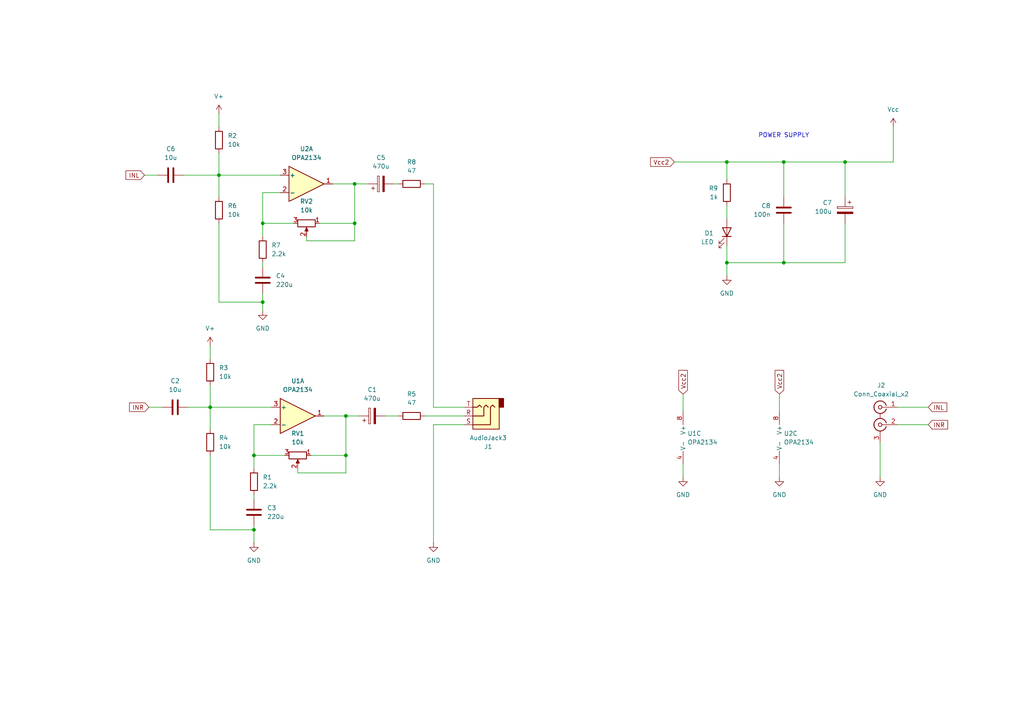
<source format=kicad_sch>
(kicad_sch (version 20250114) (generator "eeschema") (generator_version "9.0")
  (paper "A4")
  (lib_symbols
    (symbol "Amplifier_Operational:OPA2134" (pin_names (offset 0.127))
      (property "Reference" "U" (at 0 5.08 0))
      (property "Value" "OPA2134" (at 0 -5.08 0))
      (symbol "OPA2134_1_1"
        (polyline (pts (xy -5.08 5.08) (xy 5.08 0) (xy -5.08 -5.08) (xy -5.08 5.08)) (stroke (width 0.254)) (fill (type background)))
        (pin input line (at -7.62 2.54 0) (length 2.54) (name "+") (number "3"))
        (pin input line (at -7.62 -2.54 0) (length 2.54) (name "-") (number "2"))
        (pin output line (at 7.62 0 180) (length 2.54) (name "~") (number "1"))
      )
      (symbol "OPA2134_2_1"
        (polyline (pts (xy -5.08 5.08) (xy 5.08 0) (xy -5.08 -5.08) (xy -5.08 5.08)) (stroke (width 0.254)) (fill (type background)))
        (pin input line (at -7.62 2.54 0) (length 2.54) (name "+") (number "5"))
        (pin input line (at -7.62 -2.54 0) (length 2.54) (name "-") (number "6"))
        (pin output line (at 7.62 0 180) (length 2.54) (name "~") (number "7"))
      )
      (symbol "OPA2134_3_1"
        (pin power_in line (at -2.54 7.62 270) (length 3.81) (name "V+") (number "8"))
        (pin power_in line (at -2.54 -7.62 90) (length 3.81) (name "V-") (number "4"))
      )
    )
    (symbol "Connector:Conn_Coaxial_x2" (pin_names (offset 1.016) (hide yes))
      (property "Reference" "J" (at 0 5.715 0))
      (property "Value" "Conn_Coaxial_x2" (at 2.921 0 90))
      (symbol "Conn_Coaxial_x2_0_1"
        (polyline (pts (xy -2.54 2.54) (xy -0.508 2.54)))
        (polyline (pts (xy -2.54 -2.54) (xy -0.508 -2.54)))
        (arc (start 1.778 2.54) (mid 0.222 0.7321) (end -1.778 2.032) (stroke (width 0.254)))
        (arc (start 1.778 -2.54) (mid 0.222 -4.3479) (end -1.778 -3.048) (stroke (width 0.254)))
        (arc (start -1.778 3.048) (mid 0.2221 4.3484) (end 1.778 2.54) (stroke (width 0.254)))
        (arc (start -1.778 -2.032) (mid 0.2221 -0.7316) (end 1.778 -2.54) (stroke (width 0.254)))
        (circle (center 0 2.54) (radius 0.508) (stroke (width 0.2032)))
        (polyline (pts (xy 0 0.762) (xy 0 -0.635)))
        (circle (center 0 -2.54) (radius 0.508) (stroke (width 0.2032)))
        (polyline (pts (xy 0 -5.08) (xy 0 -4.318)))
      )
      (symbol "Conn_Coaxial_x2_1_1"
        (pin passive line (at -5.08 2.54 0) (length 2.54) (name "IN1") (number "1"))
        (pin passive line (at -5.08 -2.54 0) (length 2.54) (name "IN2") (number "2"))
        (pin passive line (at 0 -7.62 90) (length 2.54) (name "EXT") (number "3"))
      )
    )
    (symbol "Connector_Audio:AudioJack3"
      (property "Reference" "J" (at 0 8.89 0))
      (property "Value" "AudioJack3" (at 0 6.35 0))
      (symbol "AudioJack3_0_1"
        (rectangle (start -5.08 -5.08) (end -6.35 -2.54) (stroke (width 0.254)) (fill (type outline)))
        (polyline (pts (xy -1.905 -2.54) (xy -1.27 -3.175) (xy -0.635 -2.54) (xy -0.635 0) (xy 2.54 0)) (stroke (width 0.254)))
        (polyline (pts (xy 0 -2.54) (xy 0.635 -3.175) (xy 1.27 -2.54) (xy 2.54 -2.54)) (stroke (width 0.254)))
        (rectangle (start 2.54 3.81) (end -5.08 -5.08) (stroke (width 0.254)) (fill (type background)))
        (polyline (pts (xy 2.54 2.54) (xy -2.54 2.54) (xy -2.54 -2.54) (xy -3.175 -3.175) (xy -3.81 -2.54)) (stroke (width 0.254)))
      )
      (symbol "AudioJack3_1_1"
        (pin passive line (at 5.08 2.54 180) (length 2.54) (name "~") (number "S"))
        (pin passive line (at 5.08 0 180) (length 2.54) (name "~") (number "R"))
        (pin passive line (at 5.08 -2.54 180) (length 2.54) (name "~") (number "T"))
      )
    )
    (symbol "Device:C" (pin_numbers (hide yes)) (pin_names (offset 0.254))
      (property "Reference" "C" (at 0.635 2.54 0))
      (property "Value" "C" (at 0.635 -2.54 0))
      (symbol "C_0_1"
        (polyline (pts (xy -2.032 0.762) (xy 2.032 0.762)) (stroke (width 0.508)))
        (polyline (pts (xy -2.032 -0.762) (xy 2.032 -0.762)) (stroke (width 0.508)))
      )
      (symbol "C_1_1"
        (pin passive line (at 0 3.81 270) (length 2.794) (name "~") (number "1"))
        (pin passive line (at 0 -3.81 90) (length 2.794) (name "~") (number "2"))
      )
    )
    (symbol "Device:C_Polarized" (pin_numbers (hide yes)) (pin_names (offset 0.254))
      (property "Reference" "C" (at 0.635 2.54 0))
      (property "Value" "C_Polarized" (at 0.635 -2.54 0))
      (symbol "C_Polarized_0_1"
        (rectangle (start -2.286 0.508) (end 2.286 1.016))
        (polyline (pts (xy -1.778 2.286) (xy -0.762 2.286)))
        (polyline (pts (xy -1.27 2.794) (xy -1.27 1.778)))
        (rectangle (start 2.286 -0.508) (end -2.286 -1.016) (fill (type outline)))
      )
      (symbol "C_Polarized_1_1"
        (pin passive line (at 0 3.81 270) (length 2.794) (name "~") (number "1"))
        (pin passive line (at 0 -3.81 90) (length 2.794) (name "~") (number "2"))
      )
    )
    (symbol "Device:LED" (pin_numbers (hide yes)) (pin_names (offset 1.016) (hide yes))
      (property "Reference" "D" (at 0 2.54 0))
      (property "Value" "LED" (at 0 -2.54 0))
      (symbol "LED_0_1"
        (polyline (pts (xy -3.048 -0.762) (xy -4.572 -2.286) (xy -3.81 -2.286) (xy -4.572 -2.286) (xy -4.572 -1.524)))
        (polyline (pts (xy -1.778 -0.762) (xy -3.302 -2.286) (xy -2.54 -2.286) (xy -3.302 -2.286) (xy -3.302 -1.524)))
        (polyline (pts (xy -1.27 0) (xy 1.27 0)))
        (polyline (pts (xy -1.27 -1.27) (xy -1.27 1.27)) (stroke (width 0.254)))
        (polyline (pts (xy 1.27 -1.27) (xy 1.27 1.27) (xy -1.27 0) (xy 1.27 -1.27)) (stroke (width 0.254)))
      )
      (symbol "LED_1_1"
        (pin passive line (at -3.81 0 0) (length 2.54) (name "K") (number "1"))
        (pin passive line (at 3.81 0 180) (length 2.54) (name "A") (number "2"))
      )
    )
    (symbol "Device:R" (pin_numbers (hide yes)) (pin_names (offset 0))
      (property "Reference" "R" (at 2.032 0 90))
      (property "Value" "R" (at 0 0 90))
      (symbol "R_0_1"
        (rectangle (start -1.016 -2.54) (end 1.016 2.54) (stroke (width 0.254)))
      )
      (symbol "R_1_1"
        (pin passive line (at 0 3.81 270) (length 1.27) (name "~") (number "1"))
        (pin passive line (at 0 -3.81 90) (length 1.27) (name "~") (number "2"))
      )
    )
    (symbol "Device:R_Potentiometer" (pin_names (offset 1.016) (hide yes))
      (property "Reference" "RV" (at -4.445 0 90))
      (property "Value" "R_Potentiometer" (at -2.54 0 90))
      (symbol "R_Potentiometer_0_1"
        (rectangle (start 1.016 2.54) (end -1.016 -2.54) (stroke (width 0.254)))
        (polyline (pts (xy 1.143 0) (xy 2.286 0.508) (xy 2.286 -0.508) (xy 1.143 0)) (fill (type outline)))
        (polyline (pts (xy 2.54 0) (xy 1.524 0)))
      )
      (symbol "R_Potentiometer_1_1"
        (pin passive line (at 0 3.81 270) (length 1.27) (name "1") (number "1"))
        (pin passive line (at 0 -3.81 90) (length 1.27) (name "3") (number "3"))
        (pin passive line (at 3.81 0 180) (length 1.27) (name "2") (number "2"))
      )
    )
    (symbol "power:+12V" (power) (pin_numbers (hide yes)) (pin_names (offset 0) (hide yes))
      (property "Value" "+12V" (at 0 3.556 0))
      (symbol "+12V_0_1"
        (polyline (pts (xy -0.762 1.27) (xy 0 2.54)))
        (polyline (pts (xy 0 2.54) (xy 0.762 1.27)))
        (polyline (pts (xy 0 0) (xy 0 2.54)))
      )
      (symbol "+12V_1_1"
        (pin power_in line (at 0 0 90) (length 0) (name "~") (number "1"))
      )
    )
    (symbol "power:+5V" (power) (pin_numbers (hide yes)) (pin_names (offset 0) (hide yes))
      (property "Value" "+5V" (at 0 3.556 0))
      (symbol "+5V_0_1"
        (polyline (pts (xy -0.762 1.27) (xy 0 2.54)))
        (polyline (pts (xy 0 2.54) (xy 0.762 1.27)))
        (polyline (pts (xy 0 0) (xy 0 2.54)))
      )
      (symbol "+5V_1_1"
        (pin power_in line (at 0 0 90) (length 0) (name "~") (number "1"))
      )
    )
    (symbol "power:GND" (power) (pin_numbers (hide yes)) (pin_names (offset 0) (hide yes))
      (property "Value" "GND" (at 0 -3.81 0))
      (symbol "GND_0_1"
        (polyline (pts (xy 0 0) (xy 0 -1.27) (xy 1.27 -1.27) (xy 0 -2.54) (xy -1.27 -1.27) (xy 0 -1.27)))
      )
      (symbol "GND_1_1"
        (pin power_in line (at 0 0 270) (length 0) (name "~") (number "1"))
      )
    )
  )
  (text "POWER SUPPLY" (at 227.33 39.37 0) (effects (font (size 1.27 1.27))))
  (junction (at 73.66 132.08))
  (junction (at 102.87 53.34))
  (junction (at 73.66 153.67))
  (junction (at 102.87 64.77))
  (junction (at 227.33 46.99))
  (junction (at 60.96 118.11))
  (junction (at 76.2 64.77))
  (junction (at 210.82 76.2))
  (junction (at 210.82 46.99))
  (junction (at 76.2 87.63))
  (junction (at 100.33 132.08))
  (junction (at 245.11 46.99))
  (junction (at 63.5 50.8))
  (junction (at 227.33 76.2))
  (junction (at 100.33 120.65))
  (wire (pts (xy 125.73 118.11) (xy 134.62 118.11)))
  (wire (pts (xy 73.66 143.51) (xy 73.66 144.78)))
  (wire (pts (xy 88.9 68.58) (xy 88.9 69.85)))
  (wire (pts (xy 76.2 68.58) (xy 76.2 64.77)))
  (wire (pts (xy 123.19 120.65) (xy 134.62 120.65)))
  (wire (pts (xy 73.66 123.19) (xy 73.66 132.08)))
  (wire (pts (xy 114.3 53.34) (xy 115.57 53.34)))
  (wire (pts (xy 86.36 135.89) (xy 86.36 137.16)))
  (wire (pts (xy 63.5 33.02) (xy 63.5 36.83)))
  (wire (pts (xy 63.5 87.63) (xy 76.2 87.63)))
  (wire (pts (xy 76.2 85.09) (xy 76.2 87.63)))
  (wire (pts (xy 100.33 120.65) (xy 100.33 132.08)))
  (wire (pts (xy 125.73 53.34) (xy 125.73 118.11)))
  (wire (pts (xy 76.2 64.77) (xy 85.09 64.77)))
  (wire (pts (xy 227.33 46.99) (xy 227.33 57.15)))
  (wire (pts (xy 100.33 132.08) (xy 100.33 137.16)))
  (wire (pts (xy 245.11 46.99) (xy 245.11 57.15)))
  (wire (pts (xy 76.2 55.88) (xy 81.28 55.88)))
  (wire (pts (xy 76.2 87.63) (xy 76.2 90.17)))
  (wire (pts (xy 60.96 111.76) (xy 60.96 118.11)))
  (wire (pts (xy 260.35 123.19) (xy 269.24 123.19)))
  (wire (pts (xy 73.66 132.08) (xy 82.55 132.08)))
  (wire (pts (xy 245.11 64.77) (xy 245.11 76.2)))
  (wire (pts (xy 73.66 153.67) (xy 73.66 157.48)))
  (wire (pts (xy 227.33 64.77) (xy 227.33 76.2)))
  (wire (pts (xy 210.82 71.12) (xy 210.82 76.2)))
  (wire (pts (xy 88.9 69.85) (xy 102.87 69.85)))
  (wire (pts (xy 260.35 118.11) (xy 269.24 118.11)))
  (wire (pts (xy 198.12 114.3) (xy 198.12 119.38)))
  (wire (pts (xy 73.66 152.4) (xy 73.66 153.67)))
  (wire (pts (xy 210.82 76.2) (xy 227.33 76.2)))
  (wire (pts (xy 226.06 134.62) (xy 226.06 138.43)))
  (wire (pts (xy 96.52 53.34) (xy 102.87 53.34)))
  (wire (pts (xy 259.08 36.83) (xy 259.08 46.99)))
  (wire (pts (xy 210.82 59.69) (xy 210.82 63.5)))
  (wire (pts (xy 255.27 128.27) (xy 255.27 138.43)))
  (wire (pts (xy 125.73 123.19) (xy 134.62 123.19)))
  (wire (pts (xy 60.96 132.08) (xy 60.96 153.67)))
  (wire (pts (xy 227.33 46.99) (xy 210.82 46.99)))
  (wire (pts (xy 100.33 120.65) (xy 104.14 120.65)))
  (wire (pts (xy 226.06 114.3) (xy 226.06 119.38)))
  (wire (pts (xy 86.36 137.16) (xy 100.33 137.16)))
  (wire (pts (xy 41.91 50.8) (xy 45.72 50.8)))
  (wire (pts (xy 60.96 118.11) (xy 78.74 118.11)))
  (wire (pts (xy 73.66 123.19) (xy 78.74 123.19)))
  (wire (pts (xy 60.96 118.11) (xy 60.96 124.46)))
  (wire (pts (xy 245.11 46.99) (xy 259.08 46.99)))
  (wire (pts (xy 210.82 46.99) (xy 195.58 46.99)))
  (wire (pts (xy 125.73 123.19) (xy 125.73 157.48)))
  (wire (pts (xy 245.11 46.99) (xy 227.33 46.99)))
  (wire (pts (xy 227.33 76.2) (xy 245.11 76.2)))
  (wire (pts (xy 54.61 118.11) (xy 60.96 118.11)))
  (wire (pts (xy 60.96 153.67) (xy 73.66 153.67)))
  (wire (pts (xy 63.5 64.77) (xy 63.5 87.63)))
  (wire (pts (xy 102.87 53.34) (xy 102.87 64.77)))
  (wire (pts (xy 93.98 120.65) (xy 100.33 120.65)))
  (wire (pts (xy 76.2 76.2) (xy 76.2 77.47)))
  (wire (pts (xy 43.18 118.11) (xy 46.99 118.11)))
  (wire (pts (xy 53.34 50.8) (xy 63.5 50.8)))
  (wire (pts (xy 210.82 76.2) (xy 210.82 80.01)))
  (wire (pts (xy 60.96 100.33) (xy 60.96 104.14)))
  (wire (pts (xy 210.82 46.99) (xy 210.82 52.07)))
  (wire (pts (xy 63.5 50.8) (xy 81.28 50.8)))
  (wire (pts (xy 111.76 120.65) (xy 115.57 120.65)))
  (wire (pts (xy 63.5 44.45) (xy 63.5 50.8)))
  (wire (pts (xy 90.17 132.08) (xy 100.33 132.08)))
  (wire (pts (xy 102.87 53.34) (xy 106.68 53.34)))
  (wire (pts (xy 123.19 53.34) (xy 125.73 53.34)))
  (wire (pts (xy 92.71 64.77) (xy 102.87 64.77)))
  (wire (pts (xy 76.2 55.88) (xy 76.2 64.77)))
  (wire (pts (xy 63.5 50.8) (xy 63.5 57.15)))
  (wire (pts (xy 73.66 135.89) (xy 73.66 132.08)))
  (wire (pts (xy 198.12 134.62) (xy 198.12 138.43)))
  (wire (pts (xy 102.87 64.77) (xy 102.87 69.85)))
  (global_label "INR" (shape input) (at 269.24 123.19 0) (property "Intersheetrefs" "${INTERSHEET_REFS}" (effects (hide yes))))
  (global_label "INR" (shape input) (at 43.18 118.11 180) (property "Intersheetrefs" "${INTERSHEET_REFS}" (effects (hide yes))))
  (global_label "Vcc2" (shape input) (at 226.06 114.3 90) (property "Intersheetrefs" "${INTERSHEET_REFS}" (effects (hide yes))))
  (global_label "Vcc2" (shape input) (at 198.12 114.3 90) (property "Intersheetrefs" "${INTERSHEET_REFS}" (effects (hide yes))))
  (global_label "INL" (shape input) (at 41.91 50.8 180) (property "Intersheetrefs" "${INTERSHEET_REFS}" (effects (hide yes))))
  (global_label "INL" (shape input) (at 269.24 118.11 0) (property "Intersheetrefs" "${INTERSHEET_REFS}" (effects (hide yes))))
  (global_label "Vcc2" (shape input) (at 195.58 46.99 180) (property "Intersheetrefs" "${INTERSHEET_REFS}" (effects (hide yes))))
  (symbol (lib_id "Device:C") (at 50.8 118.11 90) (unit 1)
    (property "Reference" "C2" (at 50.8 110.49 90))
    (property "Value" "10u" (at 50.8 113.03 90))
    (property "Description" "Unpolarized capacitor" (effects (hide yes)))
  )
  (symbol (lib_id "power:GND") (at 255.27 138.43 0) (unit 1)
    (property "Reference" "#PWR08" (effects (hide yes)))
    (property "Value" "GND" (at 255.27 143.51 0))
    (property "Description" "Power symbol creates a global label with name \"GND\" , ground" (effects (hide yes)))
  )
  (symbol (lib_id "power:GND") (at 76.2 90.17 0) (unit 1)
    (property "Reference" "#PWR06" (effects (hide yes)))
    (property "Value" "GND" (at 76.2 95.25 0))
    (property "Description" "Power symbol creates a global label with name \"GND\" , ground" (effects (hide yes)))
  )
  (symbol (lib_id "Device:C_Polarized") (at 245.11 60.96 0) (mirror y) (unit 1)
    (property "Reference" "C7" (at 241.3 58.8009 0) (effects (justify left)))
    (property "Value" "100u" (at 241.3 61.3409 0) (effects (justify left)))
    (property "Description" "Polarized capacitor" (effects (hide yes)))
  )
  (symbol (lib_id "power:GND") (at 73.66 157.48 0) (unit 1)
    (property "Reference" "#PWR03" (effects (hide yes)))
    (property "Value" "GND" (at 73.66 162.56 0))
    (property "Description" "Power symbol creates a global label with name \"GND\" , ground" (effects (hide yes)))
  )
  (symbol (lib_id "Device:R") (at 210.82 55.88 0) (mirror y) (unit 1)
    (property "Reference" "R9" (at 208.28 54.6099 0) (effects (justify left)))
    (property "Value" "1k" (at 208.28 57.1499 0) (effects (justify left)))
    (property "Description" "Resistor" (effects (hide yes)))
  )
  (symbol (lib_id "Amplifier_Operational:OPA2134") (at 88.9 53.34 0) (unit 1)
    (property "Reference" "U2" (at 88.9 43.18 0))
    (property "Value" "OPA2134" (at 88.9 45.72 0))
    (property "Datasheet" "http://www.ti.com/lit/ds/symlink/opa134.pdf" (effects (hide yes)))
    (property "Description" "Dual SoundPlus High Performance Audio Operational Amplifiers, DIP-8/SOIC-8" (effects (hide yes)))
  )
  (symbol (lib_id "Device:R") (at 60.96 107.95 0) (unit 1)
    (property "Reference" "R3" (at 63.5 106.6799 0) (effects (justify left)))
    (property "Value" "10k" (at 63.5 109.2199 0) (effects (justify left)))
    (property "Description" "Resistor" (effects (hide yes)))
  )
  (symbol (lib_id "Amplifier_Operational:OPA2134") (at 86.36 120.65 0) (unit 1)
    (property "Reference" "U1" (at 86.36 110.49 0))
    (property "Value" "OPA2134" (at 86.36 113.03 0))
    (property "Datasheet" "http://www.ti.com/lit/ds/symlink/opa134.pdf" (effects (hide yes)))
    (property "Description" "Dual SoundPlus High Performance Audio Operational Amplifiers, DIP-8/SOIC-8" (effects (hide yes)))
  )
  (symbol (lib_id "power:GND") (at 226.06 138.43 0) (unit 1)
    (property "Reference" "#PWR010" (effects (hide yes)))
    (property "Value" "GND" (at 226.06 143.51 0))
    (property "Description" "Power symbol creates a global label with name \"GND\" , ground" (effects (hide yes)))
  )
  (symbol (lib_id "power:GND") (at 125.73 157.48 0) (unit 1)
    (property "Reference" "#PWR01" (effects (hide yes)))
    (property "Value" "GND" (at 125.73 162.56 0))
    (property "Description" "Power symbol creates a global label with name \"GND\" , ground" (effects (hide yes)))
  )
  (symbol (lib_id "Device:R") (at 60.96 128.27 0) (unit 1)
    (property "Reference" "R4" (at 63.5 126.9999 0) (effects (justify left)))
    (property "Value" "10k" (at 63.5 129.5399 0) (effects (justify left)))
    (property "Description" "Resistor" (effects (hide yes)))
  )
  (symbol (lib_id "power:GND") (at 210.82 80.01 0) (mirror y) (unit 1)
    (property "Reference" "#PWR014" (effects (hide yes)))
    (property "Value" "GND" (at 210.82 85.09 0))
    (property "Description" "Power symbol creates a global label with name \"GND\" , ground" (effects (hide yes)))
  )
  (symbol (lib_id "Device:R") (at 63.5 40.64 0) (unit 1)
    (property "Reference" "R2" (at 66.04 39.3699 0) (effects (justify left)))
    (property "Value" "10k" (at 66.04 41.9099 0) (effects (justify left)))
    (property "Description" "Resistor" (effects (hide yes)))
  )
  (symbol (lib_id "Device:R_Potentiometer") (at 86.36 132.08 270) (unit 1)
    (property "Reference" "RV1" (at 86.36 125.73 90))
    (property "Value" "10k" (at 86.36 128.27 90))
    (property "Description" "Potentiometer" (effects (hide yes)))
  )
  (symbol (lib_id "Device:C") (at 73.66 148.59 0) (unit 1)
    (property "Reference" "C3" (at 77.47 147.3199 0) (effects (justify left)))
    (property "Value" "220u" (at 77.47 149.8599 0) (effects (justify left)))
    (property "Description" "Unpolarized capacitor" (effects (hide yes)))
  )
  (symbol (lib_id "Device:C") (at 76.2 81.28 0) (unit 1)
    (property "Reference" "C4" (at 80.01 80.0099 0) (effects (justify left)))
    (property "Value" "220u" (at 80.01 82.5499 0) (effects (justify left)))
    (property "Description" "Unpolarized capacitor" (effects (hide yes)))
  )
  (symbol (lib_id "Device:C_Polarized") (at 107.95 120.65 90) (unit 1)
    (property "Reference" "C1" (at 107.95 113.03 90))
    (property "Value" "470u" (at 107.95 115.57 90))
    (property "Description" "Polarized capacitor" (effects (hide yes)))
  )
  (symbol (lib_id "Device:LED") (at 210.82 67.31 270) (mirror x) (unit 1)
    (property "Reference" "D1" (at 207.01 67.6274 90) (effects (justify right)))
    (property "Value" "LED" (at 207.01 70.1674 90) (effects (justify right)))
    (property "Description" "Light emitting diode" (effects (hide yes)))
    (property "Sim.Pins" "1=K 2=A" (effects (hide yes)))
  )
  (symbol (lib_id "Device:C") (at 227.33 60.96 0) (mirror y) (unit 1)
    (property "Reference" "C8" (at 223.52 59.6899 0) (effects (justify left)))
    (property "Value" "100n" (at 223.52 62.2299 0) (effects (justify left)))
    (property "Description" "Unpolarized capacitor" (effects (hide yes)))
  )
  (symbol (lib_id "Amplifier_Operational:OPA2134") (at 228.6 127 0) (unit 3)
    (property "Reference" "U2" (at 227.33 125.7299 0) (effects (justify left)))
    (property "Value" "OPA2134" (at 227.33 128.2699 0) (effects (justify left)))
    (property "Datasheet" "http://www.ti.com/lit/ds/symlink/opa134.pdf" (effects (hide yes)))
    (property "Description" "Dual SoundPlus High Performance Audio Operational Amplifiers, DIP-8/SOIC-8" (effects (hide yes)))
  )
  (symbol (lib_id "power:+12V") (at 259.08 36.83 0) (mirror y) (unit 1)
    (property "Reference" "#PWR011" (effects (hide yes)))
    (property "Value" "Vcc" (at 259.08 31.75 0))
    (property "Description" "Power symbol creates a global label with name \"+12V\"" (effects (hide yes)))
  )
  (symbol (lib_id "Device:R") (at 73.66 139.7 0) (unit 1)
    (property "Reference" "R1" (at 76.2 138.4299 0) (effects (justify left)))
    (property "Value" "2.2k" (at 76.2 140.9699 0) (effects (justify left)))
    (property "Description" "Resistor" (effects (hide yes)))
  )
  (symbol (lib_id "Connector:Conn_Coaxial_x2") (at 255.27 120.65 0) (mirror y) (unit 1)
    (property "Reference" "J2" (at 255.5874 111.76 0))
    (property "Value" "Conn_Coaxial_x2" (at 255.5874 114.3 0))
    (property "Description" "double coaxial connector (BNC, SMA, SMB, SMC, Cinch/RCA, LEMO, ...)" (effects (hide yes)))
  )
  (symbol (lib_id "power:GND") (at 198.12 138.43 0) (unit 1)
    (property "Reference" "#PWR04" (effects (hide yes)))
    (property "Value" "GND" (at 198.12 143.51 0))
    (property "Description" "Power symbol creates a global label with name \"GND\" , ground" (effects (hide yes)))
  )
  (symbol (lib_id "Device:R") (at 119.38 120.65 90) (unit 1)
    (property "Reference" "R5" (at 119.38 114.3 90))
    (property "Value" "47" (at 119.38 116.84 90))
    (property "Description" "Resistor" (effects (hide yes)))
  )
  (symbol (lib_id "Amplifier_Operational:OPA2134") (at 200.66 127 0) (unit 3)
    (property "Reference" "U1" (at 199.39 125.7299 0) (effects (justify left)))
    (property "Value" "OPA2134" (at 199.39 128.2699 0) (effects (justify left)))
    (property "Datasheet" "http://www.ti.com/lit/ds/symlink/opa134.pdf" (effects (hide yes)))
    (property "Description" "Dual SoundPlus High Performance Audio Operational Amplifiers, DIP-8/SOIC-8" (effects (hide yes)))
  )
  (symbol (lib_id "Device:C") (at 49.53 50.8 90) (unit 1)
    (property "Reference" "C6" (at 49.53 43.18 90))
    (property "Value" "10u" (at 49.53 45.72 90))
    (property "Description" "Unpolarized capacitor" (effects (hide yes)))
  )
  (symbol (lib_id "Device:R_Potentiometer") (at 88.9 64.77 270) (unit 1)
    (property "Reference" "RV2" (at 88.9 58.42 90))
    (property "Value" "10k" (at 88.9 60.96 90))
    (property "Description" "Potentiometer" (effects (hide yes)))
  )
  (symbol (lib_id "power:+5V") (at 63.5 33.02 0) (unit 1)
    (property "Reference" "#PWR05" (effects (hide yes)))
    (property "Value" "V+" (at 63.5 27.94 0))
    (property "Description" "Power symbol creates a global label with name \"+5V\"" (effects (hide yes)))
  )
  (symbol (lib_id "Device:C_Polarized") (at 110.49 53.34 90) (unit 1)
    (property "Reference" "C5" (at 110.49 45.72 90))
    (property "Value" "470u" (at 110.49 48.26 90))
    (property "Description" "Polarized capacitor" (effects (hide yes)))
  )
  (symbol (lib_id "Device:R") (at 119.38 53.34 90) (unit 1)
    (property "Reference" "R8" (at 119.38 46.99 90))
    (property "Value" "47" (at 119.38 49.53 90))
    (property "Description" "Resistor" (effects (hide yes)))
  )
  (symbol (lib_id "Device:R") (at 76.2 72.39 0) (unit 1)
    (property "Reference" "R7" (at 78.74 71.1199 0) (effects (justify left)))
    (property "Value" "2.2k" (at 78.74 73.6599 0) (effects (justify left)))
    (property "Description" "Resistor" (effects (hide yes)))
  )
  (symbol (lib_id "Device:R") (at 63.5 60.96 0) (unit 1)
    (property "Reference" "R6" (at 66.04 59.6899 0) (effects (justify left)))
    (property "Value" "10k" (at 66.04 62.2299 0) (effects (justify left)))
    (property "Description" "Resistor" (effects (hide yes)))
  )
  (symbol (lib_id "Connector_Audio:AudioJack3") (at 139.7 120.65 180) (unit 1)
    (property "Reference" "J1" (at 141.605 129.54 0))
    (property "Value" "AudioJack3" (at 141.605 127 0))
    (property "Description" "Audio Jack, 3 Poles (Stereo / TRS)" (effects (hide yes)))
  )
  (symbol (lib_id "power:+5V") (at 60.96 100.33 0) (unit 1)
    (property "Reference" "#PWR02" (effects (hide yes)))
    (property "Value" "V+" (at 60.96 95.25 0))
    (property "Description" "Power symbol creates a global label with name \"+5V\"" (effects (hide yes)))
  )
)
</source>
